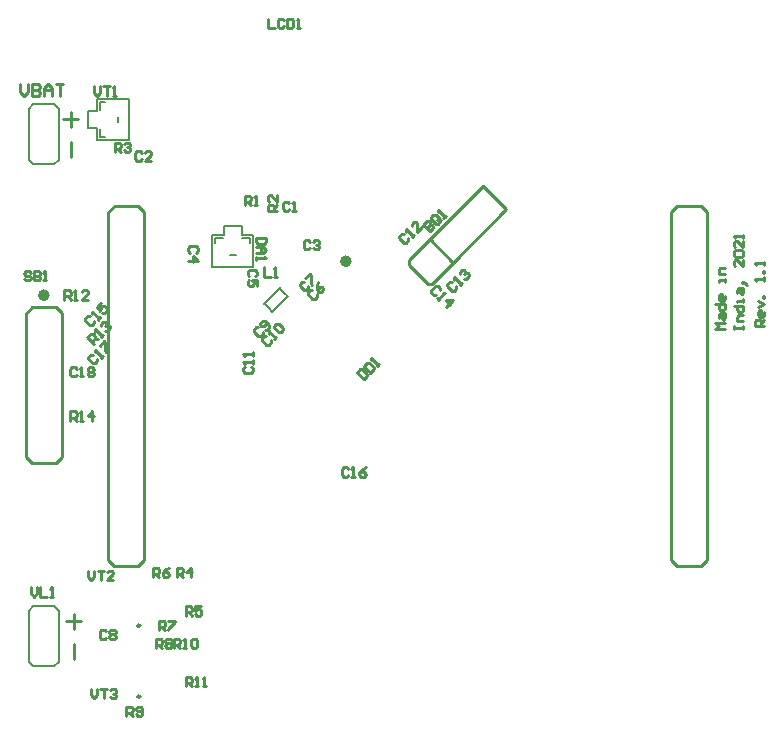
<source format=gto>
G04*
G04 #@! TF.GenerationSoftware,Altium Limited,Altium Designer,19.1.5 (86)*
G04*
G04 Layer_Color=65535*
%FSLAX44Y44*%
%MOMM*%
G71*
G01*
G75*
%ADD10C,0.2500*%
%ADD11C,0.5000*%
%ADD12C,0.1500*%
%ADD13C,0.2540*%
D10*
X311750Y296500D02*
G03*
X311750Y296500I-1250J0D01*
G01*
Y236500D02*
G03*
X311750Y236500I-1250J0D01*
G01*
X761010Y351980D02*
Y397700D01*
Y351980D02*
X766090Y346900D01*
X786170D02*
X791490Y352220D01*
X766090Y346900D02*
X786170D01*
X791490Y352220D02*
Y397700D01*
X766330Y651700D02*
X786410D01*
X761010Y646380D02*
X766330Y651700D01*
X786410D02*
X791490Y646620D01*
X310160Y651700D02*
X315240Y646620D01*
X284760Y646380D02*
X290080Y651700D01*
X310160D01*
X315240Y352220D02*
Y397700D01*
X289840Y346900D02*
X309920D01*
X315240Y352220D01*
X284760Y351980D02*
X289840Y346900D01*
X284760Y351980D02*
Y397700D01*
X214760Y439040D02*
X219840Y433960D01*
X240160D01*
X245240Y439040D01*
Y560960D01*
X240160Y566040D02*
X245240Y560960D01*
X214760Y560720D02*
X220080Y566040D01*
X240160D01*
X214760Y439040D02*
Y560720D01*
D11*
X488206Y605004D02*
G03*
X488206Y605004I-2500J0D01*
G01*
X232500Y576200D02*
G03*
X232500Y576200I-2500J0D01*
G01*
D12*
X423304Y562048D02*
G03*
X416233Y569119I-16263J-9192D01*
G01*
X429668Y582554D02*
G03*
X436739Y575483I16263J9192D01*
G01*
X372500Y615000D02*
X372500Y600000D01*
X407500D01*
X398000Y624500D02*
X405000D01*
Y620500D02*
Y624500D01*
X375000D02*
X382000D01*
X375000Y620500D02*
Y624500D01*
X387500Y610000D02*
X392500D01*
X372500Y627500D02*
X382500D01*
Y635000D01*
X397500Y627500D02*
Y635000D01*
Y627500D02*
X407500D01*
Y600000D02*
Y627500D01*
X382500Y635000D02*
X397500D01*
X372500Y615000D02*
X372500Y627500D01*
X221110Y261907D02*
X238890D01*
X217300Y308890D02*
X221110Y312700D01*
X217300Y265710D02*
Y308890D01*
Y265710D02*
X221110Y261900D01*
X238890D02*
X242700Y265710D01*
Y308890D01*
X238890Y312700D02*
X242700Y308890D01*
X221110Y312700D02*
X238890D01*
X221110Y687307D02*
X238890D01*
X217300Y734290D02*
X221110Y738100D01*
X217300Y691110D02*
Y734290D01*
Y691110D02*
X221110Y687300D01*
X238890D02*
X242700Y691110D01*
Y734290D01*
X238890Y738100D02*
X242700Y734290D01*
X221110Y738100D02*
X238890D01*
X275000Y707500D02*
X287500Y707500D01*
X267500Y717500D02*
Y732500D01*
X275000Y742500D02*
X302500D01*
X275000Y732500D02*
Y742500D01*
X267500Y732500D02*
X275000D01*
X267500Y717500D02*
X275000D01*
Y707500D02*
Y717500D01*
X292500Y727500D02*
X292500Y722500D01*
X278000Y710000D02*
X282000D01*
X278000D02*
Y717000D01*
Y740000D02*
X282000D01*
X278000Y733000D02*
Y740000D01*
X302500Y707500D02*
Y742500D01*
X287500Y707500D02*
X302500Y707500D01*
X423304Y562048D02*
X436739Y575483D01*
X416233Y569119D02*
X429668Y582554D01*
D13*
X761010Y397700D02*
Y646380D01*
X791490Y397700D02*
Y646620D01*
X315240Y397700D02*
Y646620D01*
X284760Y397700D02*
Y646380D01*
X255400Y268250D02*
Y280950D01*
Y293650D02*
Y306350D01*
X249050Y300000D02*
X261750D01*
X252860Y693650D02*
Y706350D01*
Y719050D02*
X252860Y731750D01*
X246510Y725400D02*
X259210D01*
X539028Y605719D02*
X539028Y602127D01*
X539028Y605719D02*
X546212Y612903D01*
X556989Y623679D01*
X565969Y593146D02*
X576745Y603923D01*
X556989Y623679D02*
X601890Y668580D01*
X621646Y648824D01*
X576745Y603923D02*
X621646Y648824D01*
X556989Y623679D02*
X576745Y603923D01*
X558785Y585962D02*
X565969Y593146D01*
X555193Y585962D02*
X558785Y585962D01*
X539028Y602127D02*
X555193Y585962D01*
X806601Y547540D02*
X798604D01*
X801270Y550206D01*
X798604Y552872D01*
X806601D01*
X801270Y556870D02*
Y559536D01*
X802603Y560869D01*
X806601D01*
Y556870D01*
X805268Y555537D01*
X803935Y556870D01*
Y560869D01*
X798604Y568867D02*
X806601D01*
Y564868D01*
X805268Y563535D01*
X802603D01*
X801270Y564868D01*
Y568867D01*
X806601Y575531D02*
Y572865D01*
X805268Y571532D01*
X802603D01*
X801270Y572865D01*
Y575531D01*
X802603Y576864D01*
X803935D01*
Y571532D01*
X806601Y587527D02*
Y590193D01*
Y588860D01*
X801270D01*
Y587527D01*
X806601Y594192D02*
X801270D01*
Y598190D01*
X802603Y599523D01*
X806601D01*
X814297Y547540D02*
Y550206D01*
Y548873D01*
X822294D01*
Y547540D01*
Y550206D01*
Y554204D02*
X816963D01*
Y558203D01*
X818296Y559536D01*
X822294D01*
X814297Y567534D02*
X822294D01*
Y563535D01*
X820961Y562202D01*
X818296D01*
X816963Y563535D01*
Y567534D01*
X822294Y570199D02*
Y572865D01*
Y571532D01*
X816963D01*
Y570199D01*
Y578197D02*
Y580863D01*
X818296Y582196D01*
X822294D01*
Y578197D01*
X820961Y576864D01*
X819628Y578197D01*
Y582196D01*
X823627Y586194D02*
X822294Y587527D01*
X820961D01*
Y586194D01*
X822294D01*
Y587527D01*
X823627Y586194D01*
X824960Y584861D01*
X822294Y606188D02*
Y600856D01*
X816963Y606188D01*
X815630D01*
X814297Y604855D01*
Y602189D01*
X815630Y600856D01*
Y608854D02*
X814297Y610187D01*
Y612852D01*
X815630Y614185D01*
X820961D01*
X822294Y612852D01*
Y610187D01*
X820961Y608854D01*
X815630D01*
X822294Y622183D02*
Y616851D01*
X816963Y622183D01*
X815630D01*
X814297Y620850D01*
Y618184D01*
X815630Y616851D01*
X822294Y624848D02*
Y627514D01*
Y626181D01*
X814297D01*
X815630Y624848D01*
X420000Y810497D02*
Y802500D01*
X425332D01*
X433329Y809165D02*
X431996Y810497D01*
X429330D01*
X427997Y809165D01*
Y803833D01*
X429330Y802500D01*
X431996D01*
X433329Y803833D01*
X435995Y810497D02*
Y802500D01*
X439994D01*
X441326Y803833D01*
Y809165D01*
X439994Y810497D01*
X435995D01*
X443992Y802500D02*
X446658D01*
X445325D01*
Y810497D01*
X443992Y809165D01*
X247500Y572500D02*
Y580497D01*
X251499D01*
X252832Y579165D01*
Y576499D01*
X251499Y575166D01*
X247500D01*
X250166D02*
X252832Y572500D01*
X255497D02*
X258163D01*
X256830D01*
Y580497D01*
X255497Y579165D01*
X267493Y572500D02*
X262162D01*
X267493Y577832D01*
Y579165D01*
X266161Y580497D01*
X263495D01*
X262162Y579165D01*
X272500Y535000D02*
X266845Y540655D01*
X269673Y543483D01*
X271558D01*
X273442Y541598D01*
X273442Y539712D01*
X270615Y536885D01*
X272500Y538770D02*
X276270D01*
X278155Y540655D02*
X280040Y542540D01*
X279097Y541598D01*
X273442Y547253D01*
X273442Y545368D01*
X278155Y550080D02*
X278155Y551965D01*
X280040Y553850D01*
X281925D01*
X282868Y552908D01*
Y551023D01*
X281925Y550080D01*
X282868Y551023D01*
X284753D01*
X285695Y550080D01*
X285695Y548195D01*
X283810Y546310D01*
X281925D01*
X252500Y470000D02*
Y477997D01*
X256499D01*
X257832Y476665D01*
Y473999D01*
X256499Y472666D01*
X252500D01*
X255166D02*
X257832Y470000D01*
X260497D02*
X263163D01*
X261830D01*
Y477997D01*
X260497Y476665D01*
X271161Y470000D02*
Y477997D01*
X267162Y473999D01*
X272494D01*
X840000Y550000D02*
X832003D01*
Y553999D01*
X833335Y555332D01*
X836001D01*
X837334Y553999D01*
Y550000D01*
Y552666D02*
X840000Y555332D01*
Y561996D02*
Y559330D01*
X838667Y557997D01*
X836001D01*
X834668Y559330D01*
Y561996D01*
X836001Y563329D01*
X837334D01*
Y557997D01*
X834668Y565995D02*
X840000Y568661D01*
X834668Y571326D01*
X840000Y573992D02*
X838667D01*
Y575325D01*
X840000D01*
Y573992D01*
Y588654D02*
Y591320D01*
Y589987D01*
X832003D01*
X833335Y588654D01*
X840000Y595319D02*
X838667D01*
Y596652D01*
X840000D01*
Y595319D01*
Y601983D02*
Y604649D01*
Y603316D01*
X832003D01*
X833335Y601983D01*
X210000Y754997D02*
Y748332D01*
X213332Y745000D01*
X216665Y748332D01*
Y754997D01*
X219997D02*
Y745000D01*
X224995D01*
X226661Y746666D01*
Y748332D01*
X224995Y749998D01*
X219997D01*
X224995D01*
X226661Y751665D01*
Y753331D01*
X224995Y754997D01*
X219997D01*
X229994Y745000D02*
Y751665D01*
X233326Y754997D01*
X236658Y751665D01*
Y745000D01*
Y749998D01*
X229994D01*
X239990Y754997D02*
X246655D01*
X243323D01*
Y745000D01*
X312832Y696665D02*
X311499Y697997D01*
X308833D01*
X307500Y696665D01*
Y691333D01*
X308833Y690000D01*
X311499D01*
X312832Y691333D01*
X320829Y690000D02*
X315497D01*
X320829Y695332D01*
Y696665D01*
X319496Y697997D01*
X316830D01*
X315497Y696665D01*
X219202Y329053D02*
Y323722D01*
X221868Y321056D01*
X224534Y323722D01*
Y329053D01*
X227199D02*
Y321056D01*
X232531D01*
X235197D02*
X237863D01*
X236530D01*
Y329053D01*
X235197Y327720D01*
X551390Y636009D02*
X557045Y630354D01*
X559873Y633182D01*
X559873Y635067D01*
X558930Y636009D01*
X557045Y636009D01*
X554218Y633182D01*
X557045Y636009D01*
Y637894D01*
X556103Y638837D01*
X554218D01*
X551390Y636009D01*
X565528Y640722D02*
X561758Y644492D01*
X559873D01*
X557988Y642607D01*
X557988Y640722D01*
X561758Y636952D01*
X563643D01*
X565528Y638837D01*
X562700Y639779D02*
X566470D01*
X565528Y638837D02*
X565528Y640722D01*
X568355Y641664D02*
X570240Y643549D01*
X569298Y642607D01*
X563643Y648262D01*
X563643Y646377D01*
X270000Y242997D02*
Y237666D01*
X272666Y235000D01*
X275332Y237666D01*
Y242997D01*
X277997D02*
X283329D01*
X280663D01*
Y235000D01*
X285995Y241665D02*
X287328Y242997D01*
X289994D01*
X291326Y241665D01*
Y240332D01*
X289994Y238999D01*
X288661D01*
X289994D01*
X291326Y237666D01*
Y236333D01*
X289994Y235000D01*
X287328D01*
X285995Y236333D01*
X267500Y342997D02*
Y337666D01*
X270166Y335000D01*
X272832Y337666D01*
Y342997D01*
X275497D02*
X280829D01*
X278163D01*
Y335000D01*
X288826D02*
X283495D01*
X288826Y340332D01*
Y341665D01*
X287494Y342997D01*
X284828D01*
X283495Y341665D01*
X272500Y752997D02*
Y747666D01*
X275166Y745000D01*
X277832Y747666D01*
Y752997D01*
X280497D02*
X285829D01*
X283163D01*
Y745000D01*
X288495D02*
X291161D01*
X289828D01*
Y752997D01*
X288495Y751665D01*
X218946Y595437D02*
X217613Y596769D01*
X214947D01*
X213614Y595437D01*
Y594104D01*
X214947Y592771D01*
X217613D01*
X218946Y591438D01*
Y590105D01*
X217613Y588772D01*
X214947D01*
X213614Y590105D01*
X221611Y596769D02*
Y588772D01*
X225610D01*
X226943Y590105D01*
Y591438D01*
X225610Y592771D01*
X221611D01*
X225610D01*
X226943Y594104D01*
Y595437D01*
X225610Y596769D01*
X221611D01*
X229609Y588772D02*
X232275D01*
X230942D01*
Y596769D01*
X229609Y595437D01*
X350000Y245000D02*
Y252997D01*
X353999D01*
X355332Y251665D01*
Y248999D01*
X353999Y247666D01*
X350000D01*
X352666D02*
X355332Y245000D01*
X357997D02*
X360663D01*
X359330D01*
Y252997D01*
X357997Y251665D01*
X364662Y245000D02*
X367328D01*
X365995D01*
Y252997D01*
X364662Y251665D01*
X340000Y277500D02*
Y285497D01*
X343999D01*
X345332Y284165D01*
Y281499D01*
X343999Y280166D01*
X340000D01*
X342666D02*
X345332Y277500D01*
X347997D02*
X350663D01*
X349330D01*
Y285497D01*
X347997Y284165D01*
X354662D02*
X355995Y285497D01*
X358661D01*
X359994Y284165D01*
Y278833D01*
X358661Y277500D01*
X355995D01*
X354662Y278833D01*
Y284165D01*
X300000Y220000D02*
Y227997D01*
X303999D01*
X305332Y226665D01*
Y223999D01*
X303999Y222666D01*
X300000D01*
X302666D02*
X305332Y220000D01*
X307997Y221333D02*
X309330Y220000D01*
X311996D01*
X313329Y221333D01*
Y226665D01*
X311996Y227997D01*
X309330D01*
X307997Y226665D01*
Y225332D01*
X309330Y223999D01*
X313329D01*
X325000Y277500D02*
Y285497D01*
X328999D01*
X330332Y284165D01*
Y281499D01*
X328999Y280166D01*
X325000D01*
X327666D02*
X330332Y277500D01*
X332997Y284165D02*
X334330Y285497D01*
X336996D01*
X338329Y284165D01*
Y282832D01*
X336996Y281499D01*
X338329Y280166D01*
Y278833D01*
X336996Y277500D01*
X334330D01*
X332997Y278833D01*
Y280166D01*
X334330Y281499D01*
X332997Y282832D01*
Y284165D01*
X334330Y281499D02*
X336996D01*
X327500Y292500D02*
Y300497D01*
X331499D01*
X332832Y299165D01*
Y296499D01*
X331499Y295166D01*
X327500D01*
X330166D02*
X332832Y292500D01*
X335497Y300497D02*
X340829D01*
Y299165D01*
X335497Y293833D01*
Y292500D01*
X322500Y337500D02*
Y345497D01*
X326499D01*
X327832Y344165D01*
Y341499D01*
X326499Y340166D01*
X322500D01*
X325166D02*
X327832Y337500D01*
X335829Y345497D02*
X333163Y344165D01*
X330497Y341499D01*
Y338833D01*
X331830Y337500D01*
X334496D01*
X335829Y338833D01*
Y340166D01*
X334496Y341499D01*
X330497D01*
X350000Y305000D02*
Y312997D01*
X353999D01*
X355332Y311665D01*
Y308999D01*
X353999Y307666D01*
X350000D01*
X352666D02*
X355332Y305000D01*
X363329Y312997D02*
X357997D01*
Y308999D01*
X360663Y310332D01*
X361996D01*
X363329Y308999D01*
Y306333D01*
X361996Y305000D01*
X359330D01*
X357997Y306333D01*
X342500Y337500D02*
Y345497D01*
X346499D01*
X347832Y344165D01*
Y341499D01*
X346499Y340166D01*
X342500D01*
X345166D02*
X347832Y337500D01*
X354496D02*
Y345497D01*
X350497Y341499D01*
X355829D01*
X290000Y697500D02*
Y705497D01*
X293999D01*
X295332Y704165D01*
Y701499D01*
X293999Y700166D01*
X290000D01*
X292666D02*
X295332Y697500D01*
X297997Y704165D02*
X299330Y705497D01*
X301996D01*
X303329Y704165D01*
Y702832D01*
X301996Y701499D01*
X300663D01*
X301996D01*
X303329Y700166D01*
Y698833D01*
X301996Y697500D01*
X299330D01*
X297997Y698833D01*
X427500Y647500D02*
X419503D01*
Y651499D01*
X420835Y652832D01*
X423501D01*
X424834Y651499D01*
Y647500D01*
Y650166D02*
X427500Y652832D01*
Y660829D02*
Y655497D01*
X422168Y660829D01*
X420835D01*
X419503Y659496D01*
Y656830D01*
X420835Y655497D01*
X400000Y652500D02*
Y660497D01*
X403999D01*
X405332Y659165D01*
Y656499D01*
X403999Y655166D01*
X400000D01*
X402666D02*
X405332Y652500D01*
X407997D02*
X410663D01*
X409330D01*
Y660497D01*
X407997Y659165D01*
X416814Y600071D02*
Y592074D01*
X422146D01*
X424811D02*
X427477D01*
X426144D01*
Y600071D01*
X424811Y598739D01*
X495077Y510781D02*
X500732Y505126D01*
X503560Y507953D01*
X503560Y509838D01*
X499790Y513608D01*
X497905D01*
X495077Y510781D01*
X500732Y516436D02*
X506387Y510781D01*
X509215Y513608D01*
X509215Y515493D01*
X505445Y519263D01*
X503560D01*
X500732Y516436D01*
X512042D02*
X513927Y518321D01*
X512985Y517378D01*
X507330Y523033D01*
X507330Y521148D01*
X417997Y625000D02*
X410000D01*
Y621001D01*
X411333Y619668D01*
X416665D01*
X417997Y621001D01*
Y625000D01*
X410000Y617003D02*
X415332D01*
X417997Y614337D01*
X415332Y611671D01*
X410000D01*
X413999D01*
Y617003D01*
X410000Y609005D02*
Y606339D01*
Y607672D01*
X417997D01*
X416665Y609005D01*
X257832Y514165D02*
X256499Y515497D01*
X253833D01*
X252500Y514165D01*
Y508833D01*
X253833Y507500D01*
X256499D01*
X257832Y508833D01*
X260497Y507500D02*
X263163D01*
X261830D01*
Y515497D01*
X260497Y514165D01*
X267162D02*
X268495Y515497D01*
X271161D01*
X272494Y514165D01*
Y512832D01*
X271161Y511499D01*
X272494Y510166D01*
Y508833D01*
X271161Y507500D01*
X268495D01*
X267162Y508833D01*
Y510166D01*
X268495Y511499D01*
X267162Y512832D01*
Y514165D01*
X268495Y511499D02*
X271161D01*
X271558Y525983D02*
X269673D01*
X267787Y524098D01*
X267787Y522212D01*
X271558Y518442D01*
X273442D01*
X275327Y520327D01*
X275327Y522212D01*
X278155Y523155D02*
X280040Y525040D01*
X279097Y524098D01*
X273442Y529753D01*
X273442Y527868D01*
X277213Y533523D02*
X280982Y537293D01*
X281925Y536350D01*
Y528810D01*
X282868Y527868D01*
X487832Y429165D02*
X486499Y430497D01*
X483833D01*
X482500Y429165D01*
Y423833D01*
X483833Y422500D01*
X486499D01*
X487832Y423833D01*
X490497Y422500D02*
X493163D01*
X491830D01*
Y430497D01*
X490497Y429165D01*
X502494Y430497D02*
X499828Y429165D01*
X497162Y426499D01*
Y423833D01*
X498495Y422500D01*
X501161D01*
X502494Y423833D01*
Y425166D01*
X501161Y426499D01*
X497162D01*
X269058Y558483D02*
X267173D01*
X265287Y556598D01*
X265287Y554712D01*
X269058Y550942D01*
X270942D01*
X272827Y552827D01*
X272827Y554712D01*
X275655Y555655D02*
X277540Y557540D01*
X276597Y556598D01*
X270942Y562253D01*
X270942Y560368D01*
X278483Y569793D02*
X274713Y566023D01*
X277540Y563195D01*
X278483Y566023D01*
X279425Y566965D01*
X281310D01*
X283195Y565080D01*
X283195Y563195D01*
X281310Y561310D01*
X279425D01*
X565783Y580314D02*
Y582199D01*
X563898Y584084D01*
X562013Y584084D01*
X558243Y580314D01*
Y578429D01*
X560128Y576544D01*
X562013Y576544D01*
X562956Y573717D02*
X564841Y571832D01*
X563898Y572774D01*
X569553Y578429D01*
X567668Y578429D01*
X570496Y566177D02*
X576151Y571832D01*
X570496Y571832D01*
X574266Y568062D01*
X575548Y587572D02*
X573663D01*
X571778Y585687D01*
X571778Y583802D01*
X575548Y580032D01*
X577433D01*
X579318Y581917D01*
X579318Y583802D01*
X582146Y584744D02*
X584031Y586629D01*
X583088Y585687D01*
X577433Y591342D01*
X577433Y589457D01*
X582146Y594169D02*
X582146Y596054D01*
X584031Y597939D01*
X585916D01*
X586858Y596997D01*
Y595112D01*
X585916Y594169D01*
X586858Y595112D01*
X588743D01*
X589686Y594169D01*
X589686Y592284D01*
X587801Y590399D01*
X585916D01*
X534889Y628230D02*
X533004D01*
X531119Y626345D01*
X531119Y624460D01*
X534889Y620690D01*
X536774D01*
X538660Y622575D01*
X538660Y624460D01*
X541487Y625403D02*
X543372Y627288D01*
X542430Y626345D01*
X536774Y632000D01*
X536774Y630115D01*
X549970Y633885D02*
X546200Y630115D01*
Y637655D01*
X545257Y638598D01*
X543372D01*
X541487Y636713D01*
X541487Y634828D01*
X400376Y515760D02*
X399043Y514428D01*
Y511762D01*
X400376Y510429D01*
X405708D01*
X407041Y511762D01*
Y514428D01*
X405708Y515760D01*
X407041Y518426D02*
Y521092D01*
Y519759D01*
X399043D01*
X400376Y518426D01*
X407041Y525091D02*
Y527757D01*
Y526424D01*
X399043D01*
X400376Y525091D01*
X418472Y541893D02*
X416587D01*
X414702Y540008D01*
X414702Y538122D01*
X418472Y534352D01*
X420358D01*
X422243Y536237D01*
X422243Y538122D01*
X425070Y539065D02*
X426955Y540950D01*
X426012Y540008D01*
X420358Y545662D01*
X420358Y543778D01*
X425070Y548490D02*
X425070Y550375D01*
X426955Y552260D01*
X428840D01*
X432610Y548490D01*
X432610Y546605D01*
X430725Y544720D01*
X428840D01*
X425070Y548490D01*
X411401Y548964D02*
X409516D01*
X407631Y547079D01*
X407631Y545193D01*
X411401Y541423D01*
X413286D01*
X415171Y543308D01*
X415171Y545193D01*
X417056Y547079D02*
X418941D01*
X420826Y548964D01*
X420826Y550849D01*
X417056Y554619D01*
X415171D01*
X413286Y552733D01*
X413286Y550849D01*
X414229Y549906D01*
X416114Y549906D01*
X418941Y552733D01*
X282832Y291665D02*
X281499Y292997D01*
X278833D01*
X277500Y291665D01*
Y286333D01*
X278833Y285000D01*
X281499D01*
X282832Y286333D01*
X285497Y291665D02*
X286830Y292997D01*
X289496D01*
X290829Y291665D01*
Y290332D01*
X289496Y288999D01*
X290829Y287666D01*
Y286333D01*
X289496Y285000D01*
X286830D01*
X285497Y286333D01*
Y287666D01*
X286830Y288999D01*
X285497Y290332D01*
Y291665D01*
X286830Y288999D02*
X289496D01*
X450292Y587854D02*
X448407D01*
X446522Y585969D01*
X446522Y584084D01*
X450292Y580314D01*
X452177D01*
X454062Y582199D01*
X454062Y584084D01*
X451235Y590682D02*
X455005Y594452D01*
X455947Y593509D01*
Y585969D01*
X456890Y585027D01*
X457363Y580783D02*
X455478D01*
X453593Y578898D01*
X453593Y577013D01*
X457363Y573243D01*
X459248D01*
X461133Y575128D01*
X461133Y577013D01*
X462076Y587381D02*
X461133Y584553D01*
Y580783D01*
X463018Y578898D01*
X464903D01*
X466788Y580783D01*
X466788Y582668D01*
X465846Y583611D01*
X463961Y583611D01*
X461133Y580783D01*
X409165Y592168D02*
X410498Y593501D01*
Y596167D01*
X409165Y597500D01*
X403833D01*
X402500Y596167D01*
Y593501D01*
X403833Y592168D01*
X410498Y584171D02*
Y589503D01*
X406499D01*
X407832Y586837D01*
Y585504D01*
X406499Y584171D01*
X403833D01*
X402500Y585504D01*
Y588170D01*
X403833Y589503D01*
X359165Y612168D02*
X360498Y613501D01*
Y616167D01*
X359165Y617500D01*
X353833D01*
X352500Y616167D01*
Y613501D01*
X353833Y612168D01*
X352500Y605504D02*
X360498D01*
X356499Y609503D01*
Y604171D01*
X455332Y621665D02*
X453999Y622997D01*
X451333D01*
X450000Y621665D01*
Y616333D01*
X451333Y615000D01*
X453999D01*
X455332Y616333D01*
X457997Y621665D02*
X459330Y622997D01*
X461996D01*
X463329Y621665D01*
Y620332D01*
X461996Y618999D01*
X460663D01*
X461996D01*
X463329Y617666D01*
Y616333D01*
X461996Y615000D01*
X459330D01*
X457997Y616333D01*
X437832Y654165D02*
X436499Y655497D01*
X433833D01*
X432500Y654165D01*
Y648833D01*
X433833Y647500D01*
X436499D01*
X437832Y648833D01*
X440497Y647500D02*
X443163D01*
X441830D01*
Y655497D01*
X440497Y654165D01*
M02*

</source>
